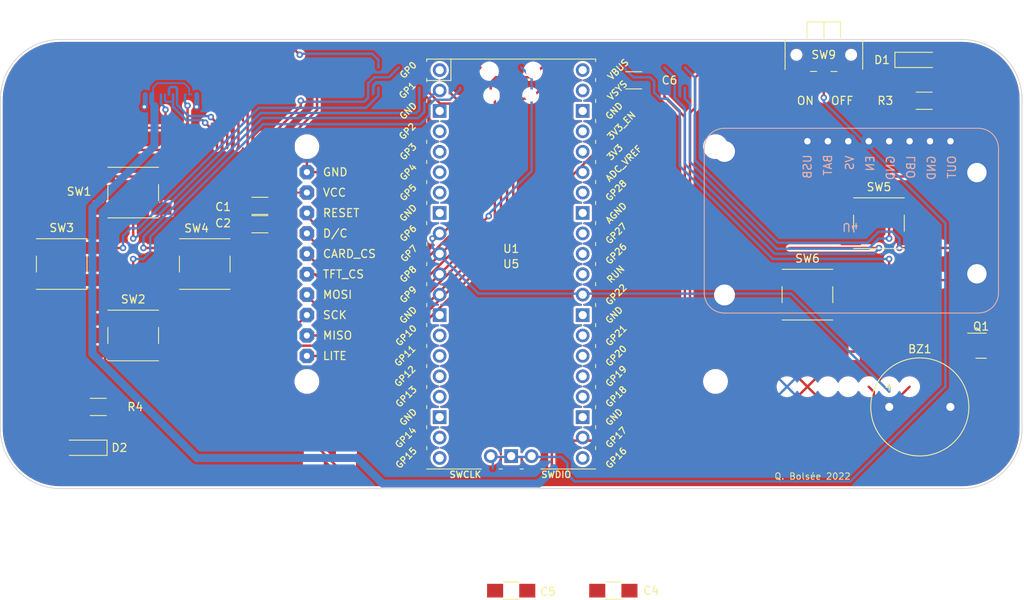
<source format=kicad_pcb>
(kicad_pcb (version 20211014) (generator pcbnew)
  (layers (0 "F.Cu" signal) (31 "B.Cu" signal) (34 "B.Paste" user) (35 "F.Paste" user) (36 "B.SilkS" user "B.Silkscreen") (37 "F.SilkS" user "F.Silkscreen") (38 "B.Mask" user) (39 "F.Mask" user) (44 "Edge.Cuts" user))
  (net 0 "")
  (net 1 "LITE")
  (net 2 "TFT_CS")
  (net 3 "GND")
  (net 4 "CARD_CS")
  (net 5 "D{slash}C")
  (net 6 "RESET")
  (net 7 "+3V3")
  (net 8 "MOSI")
  (net 9 "MISO")
  (net 10 "SCK")
  (net 11 "+5V")
  (net 12 "BTN_UP")
  (net 13 "BTN_DOWN")
  (net 14 "BTN_LEFT")
  (net 15 "BTN_RIGHT")
  (net 16 "BTN_A")
  (net 17 "BTN_B")
  (net 18 "USB_5V")
  (net 19 "BAT_EN")
  (net 23 "LBO")
  (net 24 "Net-(D1-Pad2)")
  (net 25 "Net-(D2-Pad2)")
  (net 28 "unconnected-(U5-Pad3)")
  (net 47 "unconnected-(U5-Pad22)")
  (net 68 "unconnected-(U5-Pad43)")
  (net 69 "Net-(BZ1-Pad2)")
  (footprint "fab:R_1206" (layer "F.Cu") (at 184.69 71.12 180)
    (fp_text reference "R3")
    (fp_text value "1k")
  )
  (footprint "fab:Switch_SPDT_C&K_JS102011JCQN_9x3.6mm_P2.5mm" (layer "F.Cu") (at 172.212 65.405 180)
    (fp_text reference "SW9")
    (fp_text value "SWITCH_JS102011JCQN")
  )
  (footprint "fab:Button_Omron_B3SN_6x6mm" (layer "F.Cu") (at 179.07 86.36)
    (fp_text reference "SW5")
    (fp_text value "BUTTON_A")
  )
  (footprint "fab:Button_Omron_B3SN_6x6mm" (layer "F.Cu") (at 95.25 91.44)
    (fp_text reference "SW4")
    (fp_text value "BUTTON_RIGHT")
  )
  (footprint "fab:C_1206" (layer "F.Cu") (at 133.35 132.08 180)
    (fp_text reference "C5")
    (fp_text value "0.1uF")
  )
  (footprint "fab:C_1206" (layer "F.Cu") (at 102.108 86.487 180)
    (fp_text reference "C2")
    (fp_text value "0.1uF")
  )
  (footprint "fab:LED_1206" (layer "F.Cu") (at 80.01 114.3 180)
    (fp_text reference "D2")
    (fp_text value "LED_YELLOW")
  )
  (footprint "Package_TO_SOT_SMD:SOT-23" (layer "F.Cu") (at 191.77 101.6)
    (fp_text reference "Q1")
    (fp_text value "Q_NMOS_DGS")
  )
  (footprint "fab:C_1206" (layer "F.Cu") (at 102.108 84.201 180)
    (fp_text reference "C1")
    (fp_text value "10uF")
  )
  (footprint "fab:C_1206" (layer "F.Cu") (at 146.05 132.08 180)
    (fp_text reference "C4")
    (fp_text value "10uF")
  )
  (footprint "fab:R_1206" (layer "F.Cu") (at 82.01 109.22)
    (fp_text reference "R4")
    (fp_text value "1k")
  )
  (footprint "fab:Button_Omron_B3SN_6x6mm" (layer "F.Cu") (at 170.18 95.25)
    (fp_text reference "SW6")
    (fp_text value "BUTTON_B")
  )
  (footprint "Buzzer_Beeper:Buzzer_12x9.5RM7.6" (layer "F.Cu") (at 180.35 109.22)
    (fp_text reference "BZ1")
    (fp_text value "Buzzer")
  )
  (footprint "fab:Adafruit_TFT_ST7735" (layer "F.Cu") (at 133.35 91.44)
    (fp_text reference "U1")
    (fp_text value "Adafruit_TFT_ST7735")
  )
  (footprint "fab:C_1206" (layer "F.Cu") (at 148.59 68.58)
    (fp_text reference "C6")
    (fp_text value "1uF")
  )
  (footprint "fab:Button_Omron_B3SN_6x6mm" (layer "F.Cu") (at 86.36 100.33)
    (fp_text reference "SW2")
    (fp_text value "BUTTON_DOWN")
  )
  (footprint "raspi:RPi_Pico_TH" (layer "F.Cu") (at 133.35 91.44)
    (fp_text reference "U5")
    (fp_text value "Pico")
  )
  (footprint "fab:LED_1206" (layer "F.Cu") (at 184.15 66.04)
    (fp_text reference "D1")
    (fp_text value "LED_GREEN")
  )
  (footprint "fab:Button_Omron_B3SN_6x6mm" (layer "F.Cu") (at 77.47 91.44)
    (fp_text reference "SW3")
    (fp_text value "BUTTON_LEFT")
  )
  (footprint "fab:Button_Omron_B3SN_6x6mm" (layer "F.Cu") (at 86.36 82.55)
    (fp_text reference "SW1")
    (fp_text value "BUTTON_UP")
  )
  (footprint "raspi:powerboost_1000C" (layer "B.Cu") (at 179.07 86.36)
    (fp_text reference "U4")
    (fp_text value "powerboost_1000C")
  )
  (gr_line (start 77.47 63.5) (end 189.23 63.5) (layer "Edge.Cuts") (width 0.1))
  (gr_line (start 69.85 71.12) (end 69.85 111.76) (layer "Edge.Cuts") (width 0.1))
  (gr_arc (start 189.23 63.5) (mid 194.662092 65.687908) (end 196.85 71.12) (layer "Edge.Cuts") (width 0.1))
  (gr_line (start 196.85 71.12) (end 196.85 111.76) (layer "Edge.Cuts") (width 0.1))
  (gr_line (start 77.47 119.38) (end 189.23 119.38) (layer "Edge.Cuts") (width 0.1))
  (gr_arc (start 196.85 111.76) (mid 194.662092 117.192092) (end 189.23 119.38) (layer "Edge.Cuts") (width 0.1))
  (gr_arc (start 69.85 71.12) (mid 72.037908 65.687908) (end 77.47 63.5) (layer "Edge.Cuts") (width 0.1))
  (gr_arc (start 77.47 119.38) (mid 72.038825 117.191175) (end 69.85 111.76) (layer "Edge.Cuts") (width 0.1))
  (gr_text "ON" (at 169.926 71.12) (layer "F.SilkS") (effects (font (size 1 1))))
  (gr_text "OFF" (at 174.498 71.12) (layer "F.SilkS") (effects (font (size 1 1))))
  (gr_text "Q. Bolsée 2022" (at 170.815 117.856) (layer "F.SilkS") (effects (font (size 0.8 0.8) (thickness 0.1))))
  (segment (start 156.21 68.26) (end 157.48 66.99) (width 0.3) (layer "F.Cu") (net 0))
  (segment (start 95.379 65.6) (end 95.379 69.78) (width 0.2) (layer "F.Cu") (net 0))
  (segment (start 90.3732 72.2376) (end 90.3732 74.0918) (width 0.3) (layer "F.Cu") (net 0))
  (segment (start 167.95 89.44) (end 174.95 89.44) (width 0.3) (layer "F.Cu") (net 0))
  (segment (start 102.370481 75.302519) (end 101.854 75.819) (width 0.3) (layer "F.Cu") (net 0))
  (segment (start 96.012 73.152) (end 98.044 75.184) (width 0.3) (layer "F.Cu") (net 0))
  (segment (start 107.188 71.79897) (end 103.684451 75.302519) (width 0.3) (layer "F.Cu") (net 0))
  (segment (start 95.379 65.6) (end 94.422 64.643) (width 0.2) (layer "F.Cu") (net 0))
  (segment (start 177.8 106.7054) (end 178.435 107.3404) (width 0.3) (layer "F.Cu") (net 0))
  (segment (start 106.426 64.77) (end 102.850111 64.77) (width 0.3) (layer "F.Cu") (net 0))
  (segment (start 101.854 75.819) (end 101.854 77.027) (width 0.3) (layer "F.Cu") (net 0))
  (segment (start 99.441 76.9) (end 99.314 77.027) (width 0.3) (layer "F.Cu") (net 0))
  (segment (start 98.044 75.184) (end 98.044 77.027) (width 0.3) (layer "F.Cu") (net 0))
  (segment (start 94.422 64.643) (end 87.696 64.643) (width 0.2) (layer "F.Cu") (net 0))
  (segment (start 89.9668 74.4982) (end 87.0646 74.4982) (width 0.3) (layer "F.Cu") (net 0))
  (segment (start 90.3732 74.0918) (end 89.9668 74.4982) (width 0.3) (layer "F.Cu") (net 0))
  (segment (start 157.988 110.49) (end 155.575 108.077) (width 0.3) (layer "F.Cu") (net 0))
  (segment (start 178.435 107.3404) (end 178.435 108.585) (width 0.3) (layer "F.Cu") (net 0))
  (segment (start 89.8054 77.2414) (end 93.1164 73.9304) (width 0.3) (layer "F.Cu") (net 0))
  (segment (start 103.684451 75.302519) (end 102.370481 75.302519) (width 0.3) (layer "F.Cu") (net 0))
  (segment (start 95.305245 73.858755) (end 96.774 75.32751) (width 0.3) (layer "F.Cu") (net 0))
  (segment (start 155.575 108.077) (end 155.575 72.644) (width 0.3) (layer "F.Cu") (net 0))
  (segment (start 155.575 72.644) (end 156.21 72.009) (width 0.3) (layer "F.Cu") (net 0))
  (segment (start 180.34 80.645) (end 180.34 88.265) (width 0.3) (layer "F.Cu") (net 0))
  (segment (start 102.850111 64.77) (end 100.584 67.036111) (width 0.3) (layer "F.Cu") (net 0))
  (segment (start 87.696 64.643) (end 86.739 65.6) (width 0.2) (layer "F.Cu") (net 0))
  (segment (start 100.584 67.036111) (end 100.584 77.027) (width 0.3) (layer "F.Cu") (net 0))
  (segment (start 178.435 108.585) (end 176.53 110.49) (width 0.3) (layer "F.Cu") (net 0))
  (segment (start 93.1164 73.9304) (end 93.1164 71.7296) (width 0.3) (layer "F.Cu") (net 0))
  (segment (start 176.53 110.49) (end 157.988 110.49) (width 0.3) (layer "F.Cu") (net 0))
  (segment (start 156.21 72.009) (end 156.21 68.26) (width 0.3) (layer "F.Cu") (net 0))
  (segment (start 96.774 75.32751) (end 96.774 77.027) (width 0.3) (layer "F.Cu") (net 0))
  (segment (start 174.95 89.44) (end 179.07 89.44) (width 0.3) (layer "F.Cu") (net 0))
  (segment (start 107.061 65.405) (end 106.426 64.77) (width 0.3) (layer "F.Cu") (net 0))
  (segment (start 107.188 71.12) (end 107.188 71.79897) (width 0.3) (layer "F.Cu") (net 0))
  (segment (start 87.0392 77.2414) (end 89.8054 77.2414) (width 0.3) (layer "F.Cu") (net 0))
  (segment (start 176.84 80.55) (end 183.84 80.55) (width 0.3) (layer "F.Cu") (net 0))
  (segment (start 99.441 73.755) (end 99.441 76.9) (width 0.3) (layer "F.Cu") (net 0))
  (segment (start 86.739 69.78) (end 86.739 65.6) (width 0.2) (layer "F.Cu") (net 0))
  (via (at 95.305245 73.858755) (size 0.8) (drill 0.4) (layers "F.Cu" "B.Cu") (net 0))
  (via (at 180.34 88.265) (size 0.8) (drill 0.4) (layers "F.Cu" "B.Cu") (net 0))
  (via (at 107.061 65.405) (size 0.8) (drill 0.4) (layers "F.Cu" "B.Cu") (net 0))
  (via (at 107.188 71.12) (size 0.8) (drill 0.4) (layers "F.Cu" "B.Cu") (net 0))
  (via (at 93.1164 71.7296) (size 0.8) (drill 0.4) (layers "F.Cu" "B.Cu") (net 0))
  (via (at 90.3732 72.2376) (size 0.8) (drill 0.4) (layers "F.Cu" "B.Cu") (net 0))
  (via (at 179.07 89.44) (size 0.8) (drill 0.4) (layers "F.Cu" "B.Cu") (net 0))
  (via (at 96.012 73.152) (size 0.8) (drill 0.4) (layers "F.Cu" "B.Cu") (net 0))
  (segment (start 91.309 71.878) (end 91.309 71.243) (width 0.3) (layer "B.Cu") (net 0))
  (segment (start 115.57 70.739) (end 115.57 68.961) (width 0.3) (layer "B.Cu") (net 0))
  (segment (start 177.8 89.508609) (end 177.8 89.535) (width 0.3) (layer "B.Cu") (net 0))
  (segment (start 179.043609 88.265) (end 177.8 89.508609) (width 0.3) (layer "B.Cu") (net 0))
  (segment (start 116.332 68.199) (end 118.171 68.199) (width 0.3) (layer "B.Cu") (net 0))
  (segment (start 107.188 65.278) (end 116.078 65.278) (width 0.3) (layer "B.Cu") (net 0))
  (segment (start 153.67 68.26) (end 153.67 70.739) (width 0.3) (layer "B.Cu") (net 0))
  (segment (start 166.37 89.535) (end 155.575 78.74) (width 0.3) (layer "B.Cu") (net 0))
  (segment (start 91.808511 69.613489) (end 91.615511 69.420489) (width 0.3) (layer "B.Cu") (net 0))
  (segment (start 91.808511 70.344511) (end 91.808511 69.613489) (width 0.3) (layer "B.Cu") (net 0))
  (segment (start 155.575 78.74) (end 155.575 71.501) (width 0.3) (layer "B.Cu") (net 0))
  (segment (start 91.809 70.345) (end 91.808511 70.344511) (width 0.3) (layer "B.Cu") (net 0))
  (segment (start 89.809 70.345) (end 89.809 71.386398) (width 0.3) (layer "B.Cu") (net 0))
  (segment (start 93.218 73.025) (end 91.809 71.616) (width 0.3) (layer "B.Cu") (net 0))
  (segment (start 91.307489 71.244511) (end 91.309 71.243) (width 0.25) (layer "B.Cu") (net 0))
  (segment (start 91.005911 69.420489) (end 90.809 69.6174) (width 0.3) (layer "B.Cu") (net 0))
  (segment (start 107.188 71.12) (end 107.315 71.247) (width 0.3) (layer "B.Cu") (net 0))
  (segment (start 178.435 90.17) (end 179.07 89.535) (width 0.3) (layer "B.Cu") (net 0))
  (segment (start 91.615511 69.420489) (end 91.005911 69.420489) (width 0.3) (layer "B.Cu") (net 0))
  (segment (start 96.012 73.152) (end 95.885 73.025) (width 0.3) (layer "B.Cu") (net 0))
  (segment (start 95.305245 73.858755) (end 94.97949 73.533) (width 0.3) (layer "B.Cu") (net 0))
  (segment (start 89.809 71.4702) (end 90.2208 71.882) (width 0.3) (layer "B.Cu") (net 0))
  (segment (start 90.3732 72.0344) (end 90.3732 72.2376) (width 0.3) (layer "B.Cu") (net 0))
  (segment (start 115.57 68.961) (end 116.332 68.199) (width 0.3) (layer "B.Cu") (net 0))
  (segment (start 179.07 89.535) (end 179.07 89.44) (width 0.3) (layer "B.Cu") (net 0))
  (segment (start 115.062 71.247) (end 115.57 70.739) (width 0.3) (layer "B.Cu") (net 0))
  (segment (start 154.94 70.866) (end 154.94 69.53) (width 0.3) (layer "B.Cu") (net 0))
  (segment (start 116.078 65.278) (end 116.84 66.04) (width 0.3) (layer "B.Cu") (net 0))
  (segment (start 177.8 89.535) (end 166.37 89.535) (width 0.3) (layer "B.Cu") (net 0))
  (segment (start 90.459 71.244511) (end 91.307489 71.244511) (width 0.25) (layer "B.Cu") (net 0))
  (segment (start 90.309 71.094511) (end 90.459 71.244511) (width 0.25) (layer "B.Cu") (net 0))
  (segment (start 153.67 70.739) (end 154.94 72.009) (width 0.3) (layer "B.Cu") (net 0))
  (segment (start 118.171 68.199) (end 119.38 66.99) (width 0.3) (layer "B.Cu") (net 0))
  (segment (start 92.809 70.345) (end 92.809 71.4222) (width 0.3) (layer "B.Cu") (net 0))
  (segment (start 90.809 69.6174) (end 90.809 70.345) (width 0.3) (layer "B.Cu") (net 0))
  (segment (start 90.809 70.345) (end 90.809489 70.344511) (width 0.3) (layer "B.Cu") (net 0))
  (segment (start 180.34 88.265) (end 179.043609 88.265) (width 0.3) (layer "B.Cu") (net 0))
  (segment (start 90.309 70.345) (end 90.309 71.094511) (width 0.25) (layer "B.Cu") (net 0))
  (segment (start 166.116 90.17) (end 178.435 90.17) (width 0.3) (layer "B.Cu") (net 0))
  (segment (start 95.885 73.025) (end 93.218 73.025) (width 0.3) (layer "B.Cu") (net 0))
  (segment (start 107.061 65.405) (end 107.188 65.278) (width 0.3) (layer "B.Cu") (net 0))
  (segment (start 89.809 71.386398) (end 89.809 71.4702) (width 0.3) (layer "B.Cu") (net 0))
  (segment (start 90.809489 70.344511) (end 90.809489 69.7484) (width 0.3) (layer "B.Cu") (net 0))
  (segment (start 152.4 66.99) (end 153.67 68.26) (width 0.3) (layer "B.Cu") (net 0))
  (segment (start 155.575 71.501) (end 154.94 70.866) (width 0.3) (layer "B.Cu") (net 0))
  (segment (start 92.809 71.4222) (end 93.1164 71.7296) (width 0.3) (layer "B.Cu") (net 0))
  (segment (start 154.94 72.009) (end 154.94 78.994) (width 0.3) (layer "B.Cu") (net 0))
  (segment (start 116.84 66.04) (end 116.84 66.99) (width 0.3) (layer "B.Cu") (net 0))
  (segment (start 90.2208 71.882) (end 90.3732 72.0344) (width 0.3) (layer "B.Cu") (net 0))
  (segment (start 154.94 78.994) (end 166.116 90.17) (width 0.3) (layer "B.Cu") (net 0))
  (segment (start 107.315 71.247) (end 115.062 71.247) (width 0.3) (layer "B.Cu") (net 0))
  (segment (start 94.97949 73.533) (end 92.964 73.533) (width 0.3) (layer "B.Cu") (net 0))
  (segment (start 91.309 71.243) (end 91.309 70.345) (width 0.3) (layer "B.Cu") (net 0))
  (segment (start 91.809 71.616) (end 91.809 70.345) (width 0.3) (layer "B.Cu") (net 0))
  (segment (start 92.964 73.533) (end 91.309 71.878) (width 0.3) (layer "B.Cu") (net 0))
  (segment (start 185.73 89.44) (end 192.73 89.44) (width 0.3) (layer "F.Cu") (net 3))
  (segment (start 185.73 89.44) (end 181.61 89.44) (width 0.3) (layer "F.Cu") (net 3))
  (via (at 94.234 71.882) (size 0.8) (drill 0.4) (layers "F.Cu" "B.Cu") (net 3))
  (via (at 181.61 89.44) (size 0.8) (drill 0.4) (layers "F.Cu" "B.Cu") (net 3))
  (via (at 87.757 71.882) (size 0.8) (drill 0.4) (layers "F.Cu" "B.Cu") (net 3))
  (segment (start 87.859489 71.779511) (end 87.859489 70.345) (width 0.6) (layer "B.Cu") (net 3))
  (segment (start 179.04527 87.415489) (end 177.680379 88.78038) (width 0.3) (layer "B.Cu") (net 3))
  (segment (start 94.234 71.882) (end 94.258511 71.857489) (width 0.6) (layer "B.Cu") (net 3))
  (segment (start 181.61 89.44) (end 181.61 88.299305) (width 0.3) (layer "B.Cu") (net 3))
  (segment (start 180.726184 87.415489) (end 179.04527 87.415489) (width 0.3) (layer "B.Cu") (net 3))
  (segment (start 156.21 78.52715) (end 156.21 68.26) (width 0.3) (layer "B.Cu") (net 3))
  (segment (start 87.757 71.882) (end 87.859489 71.779511) (width 0.6) (layer "B.Cu") (net 3))
  (segment (start 94.234 71.882) (end 94.409 71.707) (width 0.3) (layer "B.Cu") (net 3))
  (segment (start 177.680379 88.78038) (end 166.46323 88.78038) (width 0.3) (layer "B.Cu") (net 3))
  (segment (start 181.61 88.299305) (end 180.726184 87.415489) (width 0.3) (layer "B.Cu") (net 3))
  (segment (start 156.21 68.26) (end 154.94 66.99) (width 0.3) (layer "B.Cu") (net 3))
  (segment (start 166.46323 88.78038) (end 156.21 78.52715) (width 0.3) (layer "B.Cu") (net 3))
  (segment (start 94.258511 71.857489) (end 94.258511 70.345) (width 0.6) (layer "B.Cu") (net 3))
  (segment (start 104.108 84.201) (end 105.791 84.201) (width 0.3) (layer "F.Cu") (net 7))
  (segment (start 106.426 82.55) (end 106.299 82.423) (width 0.25) (layer "F.Cu") (net 7))
  (segment (start 103.124 83.217) (end 104.108 84.201) (width 0.3) (layer "F.Cu") (net 7))
  (segment (start 109.22 72.263) (end 109.22 69.53) (width 0.3) (layer "F.Cu") (net 7))
  (segment (start 106.299 83.693) (end 106.299 82.423) (width 0.3) (layer "F.Cu") (net 7))
  (segment (start 106.299 75.184) (end 109.22 72.263) (width 0.3) (layer "F.Cu") (net 7))
  (segment (start 104.108 84.201) (end 104.108 86.487) (width 0.3) (layer "F.Cu") (net 7))
  (segment (start 107.95 82.55) (end 106.426 82.55) (width 0.25) (layer "F.Cu") (net 7))
  (segment (start 103.124 81.85) (end 103.124 83.217) (width 0.3) (layer "F.Cu") (net 7))
  (segment (start 105.791 84.201) (end 106.299 83.693) (width 0.3) (layer "F.Cu") (net 7))
  (segment (start 106.299 82.423) (end 106.299 75.184) (width 0.3) (layer "F.Cu") (net 7))
  (segment (start 107.188 101.6) (end 109.22 101.6) (width 0.3) (layer "F.Cu") (net 10))
  (segment (start 133.9088 70.866) (end 135.824 70.866) (width 0.3) (layer "F.Cu") (net 10))
  (segment (start 135.824 70.866) (end 137.16 69.53) (width 0.3) (layer "F.Cu") (net 10))
  (segment (start 149.86 71.501) (end 149.86 69.53) (width 0.3) (layer "F.Cu") (net 10))
  (segment (start 113.411 98.679) (end 122.682 98.679) (width 0.3) (layer "F.Cu") (net 10))
  (segment (start 112.466428 97.155) (end 122.174 97.155) (width 0.3) (layer "F.Cu") (net 10))
  (segment (start 107.95 102.87) (end 109.22 102.87) (width 0.3) (layer "F.Cu") (net 10))
  (segment (start 109.291428 100.33) (end 112.466428 97.155) (width 0.3) (layer "F.Cu") (net 10))
  (segment (start 109.22 102.87) (end 112.014 100.076) (width 0.3) (layer "F.Cu") (net 10))
  (segment (start 133.604 71.1708) (end 133.9088 70.866) (width 0.3) (layer "F.Cu") (net 10))
  (segment (start 107.95 100.33) (end 109.291428 100.33) (width 0.3) (layer "F.Cu") (net 10))
  (segment (start 132.842 86.487) (end 132.842 70.866) (width 0.3) (layer "F.Cu") (net 10))
  (segment (start 106.426 100.838) (end 107.188 101.6) (width 0.3) (layer "F.Cu") (net 10))
  (segment (start 132.842 70.866) (end 134.178 69.53) (width 0.3) (layer "F.Cu") (net 10))
  (segment (start 134.178 69.53) (end 134.62 69.53) (width 0.3) (layer "F.Cu") (net 10))
  (segment (start 106.426 99.314) (end 106.426 100.838) (width 0.3) (layer "F.Cu") (net 10))
  (segment (start 107.95 97.79) (end 106.426 99.314) (width 0.3) (layer "F.Cu") (net 10))
  (segment (start 122.174 97.155) (end 132.842 86.487) (width 0.3) (layer "F.Cu") (net 10))
  (segment (start 112.014 100.076) (end 113.411 98.679) (width 0.3) (layer "F.Cu") (net 10))
  (segment (start 133.604 86.741) (end 133.604 71.1708) (width 0.3) (layer "F.Cu") (net 10))
  (segment (start 109.22 101.6) (end 113.03 97.79) (width 0.3) (layer "F.Cu") (net 10))
  (segment (start 113.03 97.79) (end 122.555 97.79) (width 0.3) (layer "F.Cu") (net 10))
  (segment (start 122.682 98.679) (end 149.86 71.501) (width 0.3) (layer "F.Cu") (net 10))
  (segment (start 122.555 97.79) (end 133.604 86.741) (width 0.3) (layer "F.Cu") (net 10))
  (segment (start 120.428 113.411) (end 120.428 116.364) (width 0.3) (layer "F.Cu") (net 11))
  (segment (start 180.34 90.805) (end 180.34 98.235) (width 0.3) (layer "F.Cu") (net 11))
  (segment (start 112.871 113.1095) (end 115.2365 110.744) (width 0.3) (layer "F.Cu") (net 11))
  (segment (start 181.2544 108.331) (end 182.88 106.7054) (width 0.3) (layer "F.Cu") (net 11))
  (segment (start 112.871 114.3) (end 112.871 113.1095) (width 0.3) (layer "F.Cu") (net 11))
  (segment (start 179.395428 108.331) (end 181.2544 108.331) (width 0.3) (layer "F.Cu") (net 11))
  (segment (start 154.94 108.458) (end 157.607 111.125) (width 0.3) (layer "F.Cu") (net 11))
  (segment (start 152.4 69.53) (end 152.4 70.612) (width 0.3) (layer "F.Cu") (net 11))
  (segment (start 119.126 110.744) (end 120.428 112.046) (width 0.3) (layer "F.Cu") (net 11))
  (segment (start 157.607 111.125) (end 176.601428 111.125) (width 0.3) (layer "F.Cu") (net 11))
  (segment (start 115.2365 110.744) (end 119.126 110.744) (width 0.3) (layer "F.Cu") (net 11))
  (segment (start 176.601428 111.125) (end 179.395428 108.331) (width 0.3) (layer "F.Cu") (net 11))
  (segment (start 152.4 70.612) (end 154.94 73.152) (width 0.3) (layer "F.Cu") (net 11))
  (segment (start 120.428 116.364) (end 120.904 116.84) (width 0.3) (layer "F.Cu") (net 11))
  (segment (start 154.94 73.152) (end 154.94 108.458) (width 0.3) (layer "F.Cu") (net 11))
  (segment (start 183.84 98.33) (end 176.84 98.33) (width 0.3) (layer "F.Cu") (net 11))
  (segment (start 120.428 112.046) (end 120.428 113.411) (width 0.3) (layer "F.Cu") (net 11))
  (via (at 180.34 90.805) (size 0.8) (drill 0.4) (layers "F.Cu" "B.Cu") (net 11))
  (segment (start 151.892 70.866) (end 151.13 70.104) (width 0.3) (layer "B.Cu") (net 11))
  (segment (start 165.862 90.805) (end 154.305 79.248) (width 0.3) (layer "B.Cu") (net 11))
  (segment (start 151.13 68.707) (end 150.622 68.199) (width 0.3) (layer "B.Cu") (net 11))
  (segment (start 151.13 70.104) (end 151.13 68.707) (width 0.3) (layer "B.Cu") (net 11))
  (segment (start 152.781 70.866) (end 151.892 70.866) (width 0.3) (layer "B.Cu") (net 11))
  (segment (start 148.529 68.199) (end 147.32 66.99) (width 0.3) (layer "B.Cu") (net 11))
  (segment (start 150.622 68.199) (end 148.529 68.199) (width 0.3) (layer "B.Cu") (net 11))
  (segment (start 180.34 90.805) (end 165.862 90.805) (width 0.3) (layer "B.Cu") (net 11))
  (segment (start 154.305 72.39) (end 152.781 70.866) (width 0.3) (layer "B.Cu") (net 11))
  (segment (start 154.305 79.248) (end 154.305 72.39) (width 0.3) (layer "B.Cu") (net 11))
  (segment (start 86.265 80.55) (end 89.86 80.55) (width 0.3) (layer "F.Cu") (net 12))
  (segment (start 82.86 80.55) (end 86.265 80.55) (width 0.3) (layer "F.Cu") (net 12))
  (segment (start 86.265 80.55) (end 86.36 80.645) (width 0.3) (layer "F.Cu") (net 12))
  (segment (start 86.36 80.645) (end 86.36 88.265) (width 0.3) (layer "F.Cu") (net 12))
  (via (at 86.36 88.265) (size 0.8) (drill 0.4) (layers "F.Cu" "B.Cu") (net 12))
  (segment (start 121.92 72.263) (end 121.539 72.644) (width 0.3) (layer "B.Cu") (net 12))
  (segment (start 86.57285 88.265) (end 86.36 88.265) (width 0.3) (layer "B.Cu") (net 12))
  (segment (start 121.92 69.53) (end 121.92 72.263) (width 0.3) (layer "B.Cu") (net 12))
  (segment (start 102.19385 72.644) (end 86.57285 88.265) (width 0.3) (layer "B.Cu") (net 12))
  (segment (start 121.539 72.644) (end 102.19385 72.644) (width 0.3) (layer "B.Cu") (net 12))
  (segment (start 86.36 98.235) (end 86.455 98.33) (width 0.3) (layer "F.Cu") (net 13))
  (segment (start 89.86 98.33) (end 86.455 98.33) (width 0.3) (layer "F.Cu") (net 13))
  (segment (start 86.455 98.33) (end 82.86 98.33) (width 0.3) (layer "F.Cu") (net 13))
  (segment (start 86.36 90.805) (end 86.36 98.235) (width 0.3) (layer "F.Cu") (net 13))
  (via (at 86.36 90.805) (size 0.8) (drill 0.4) (layers "F.Cu" "B.Cu") (net 13))
  (segment (start 88.479511 89.955489) (end 87.63 90.805) (width 0.3) (layer "B.Cu") (net 13))
  (segment (start 125.73 70.993) (end 123.825 70.993) (width 0.3) (layer "B.Cu") (net 13))
  (segment (start 123.18152 72.90648) (end 122.047 74.041) (width 0.3) (layer "B.Cu") (net 13))
  (segment (start 122.047 74.041) (end 102.49255 74.041) (width 0.3) (layer "B.Cu") (net 13))
  (segment (start 127 69.53) (end 127 69.723) (width 0.3) (layer "B.Cu") (net 13))
  (segment (start 127 69.723) (end 125.73 70.993) (width 0.3) (layer "B.Cu") (net 13))
  (segment (start 87.63 90.805) (end 86.36 90.805) (width 0.3) (layer "B.Cu") (net 13))
  (segment (start 88.479511 88.054039) (end 88.479511 89.955489) (width 0.3) (layer "B.Cu") (net 13))
  (segment (start 102.49255 74.041) (end 88.479511 88.054039) (width 0.3) (layer "B.Cu") (net 13))
  (segment (start 123.18152 71.63648) (end 123.18152 72.90648) (width 0.3) (layer "B.Cu") (net 13))
  (segment (start 123.825 70.993) (end 123.18152 71.63648) (width 0.3) (layer "B.Cu") (net 13))
  (segment (start 80.97 89.44) (end 73.97 89.44) (width 0.3) (layer "F.Cu") (net 14))
  (segment (start 80.97 89.44) (end 85.09 89.44) (width 0.3) (layer "F.Cu") (net 14))
  (via (at 85.09 89.44) (size 0.8) (drill 0.4) (layers "F.Cu" "B.Cu") (net 14))
  (segment (start 101.981 72.009) (end 86.995 86.995) (width 0.3) (layer "B.Cu") (net 14))
  (segment (start 116.84 69.53) (end 116.84 70.485) (width 0.3) (layer "B.Cu") (net 14))
  (segment (start 115.316 72.009) (end 101.981 72.009) (width 0.3) (layer "B.Cu") (net 14))
  (segment (start 86.995 86.995) (end 86.0425 86.995) (width 0.3) (layer "B.Cu") (net 14))
  (segment (start 116.84 70.485) (end 115.316 72.009) (width 0.3) (layer "B.Cu") (net 14))
  (segment (start 85.09 87.9475) (end 85.09 89.44) (width 0.3) (layer "B.Cu") (net 14))
  (segment (start 86.0425 86.995) (end 85.09 87.9475) (width 0.3) (layer "B.Cu") (net 14))
  (segment (start 91.75 89.44) (end 87.63 89.44) (width 0.3) (layer "F.Cu") (net 15))
  (segment (start 91.75 89.44) (end 98.75 89.44) (width 0.3) (layer "F.Cu") (net 15))
  (via (at 87.63 89.44) (size 0.8) (drill 0.4) (layers "F.Cu" "B.Cu") (net 15))
  (segment (start 102.4067 73.279) (end 121.793 73.279) (width 0.3) (layer "B.Cu") (net 15))
  (segment (start 121.793 73.279) (end 122.555 72.517) (width 0.3) (layer "B.Cu") (net 15))
  (segment (start 122.555 72.517) (end 122.555 71.435) (width 0.3) (layer "B.Cu") (net 15))
  (segment (start 87.63 88.0557) (end 102.4067 73.279) (width 0.3) (layer "B.Cu") (net 15))
  (segment (start 87.63 89.44) (end 87.63 88.0557) (width 0.3) (layer "B.Cu") (net 15))
  (segment (start 122.555 71.435) (end 124.46 69.53) (width 0.3) (layer "B.Cu") (net 15))
  (segment (start 89.0016 76.7334) (end 81.28 84.455) (width 1) (layer "B.Cu") (net 18))
  (segment (start 81.28 102.5906) (end 94.2594 115.57) (width 1) (layer "B.Cu") (net 18))
  (segment (start 89.0016 71.7804) (end 89.0016 76.7334) (width 1) (layer "B.Cu") (net 18))
  (segment (start 88.843521 70.310479) (end 88.809 70.345) (width 0.2) (layer "B.Cu") (net 18))
  (segment (start 136.779 118.745) (end 138.684 116.84) (width 1) (layer "B.Cu") (net 18))
  (segment (start 93.609 70.345) (end 93.309 70.345) (width 0.2) (layer "B.Cu") (net 18))
  (segment (start 89.3572 68.9356) (end 88.8492 69.4436) (width 0.2) (layer "B.Cu") (net 18))
  (segment (start 81.28 84.455) (end 81.28 102.5906) (width 1) (layer "B.Cu") (net 18))
  (segment (start 93.309 70.345) (end 93.309 69.57) (width 0.2) (layer "B.Cu") (net 18))
  (segment (start 88.843521 69.4436) (end 88.843521 70.310479) (width 0.2) (layer "B.Cu") (net 18))
  (segment (start 88.659489 71.438289) (end 88.659489 70.345) (width 0.6) (layer "B.Cu") (net 18))
  (segment (start 92.6746 68.9356) (end 89.3572 68.9356) (width 0.2) (layer "B.Cu") (net 18))
  (segment (start 88.8492 69.4436) (end 88.843521 69.4436) (width 0.2) (layer "B.Cu") (net 18))
  (segment (start 93.309 69.57) (end 92.6746 68.9356) (width 0.2) (layer "B.Cu") (net 18))
  (segment (start 88.9 71.6788) (end 88.659489 71.438289) (width 0.6) (layer "B.Cu") (net 18))
  (segment (start 114.173 115.57) (end 117.348 118.745) (width 1) (layer "B.Cu") (net 18))
  (segment (start 94.2594 115.57) (end 114.173 115.57) (width 1) (layer "B.Cu") (net 18))
  (segment (start 88.509 70.345) (end 88.809 70.345) (width 0.2) (layer "B.Cu") (net 18))
  (segment (start 117.348 118.745) (end 136.779 118.745) (width 1) (layer "B.Cu") (net 18))
  (segment (start 111.887 116.84) (end 109.347 114.3) (width 0.3) (layer "F.Cu") (net 24))
  (segment (start 156.845 114.3) (end 154.305 116.84) (width 0.3) (layer "F.Cu") (net 25))
  (segment (start 154.305 116.84) (end 153.892 116.84) (width 0.3) (layer "F.Cu") (net 25))
  (segment (start 157.924 114.3) (end 156.845 114.3) (width 0.3) (layer "F.Cu") (net 25))
  (segment (start 127 66.99) (end 127 67.564) (width 0.3) (layer "F.Cu") (net 28))
  (segment (start 127.762 70.866) (end 129.921 73.025) (width 0.3) (layer "F.Cu") (net 28))
  (segment (start 109.474 94.869) (end 109.474 93.218) (width 0.3) (layer "F.Cu") (net 28))
  (segment (start 121.666 96.52) (end 132.08 86.106) (width 0.3) (layer "F.Cu") (net 28))
  (segment (start 111.379 93.599) (end 111.379 88.9) (width 0.3) (layer "F.Cu") (net 28))
  (segment (start 107.95 95.377) (end 109.093 96.52) (width 0.3) (layer "F.Cu") (net 28))
  (segment (start 130.81 70.485) (end 131.318 70.993) (width 0.3) (layer "F.Cu") (net 28))
  (segment (start 128.27 70.231) (end 130.683 72.644) (width 0.3) (layer "F.Cu") (net 28))
  (segment (start 107.95 95.25) (end 107.95 95.377) (width 0.3) (layer "F.Cu") (net 28))
  (segment (start 124.5108 71.4756) (end 123.19 70.1548) (width 0.3) (layer "F.Cu") (net 28))
  (segment (start 129.921 73.025) (end 129.921 83.693) (width 0.3) (layer "F.Cu") (net 28))
  (segment (start 127.254 71.4756) (end 124.5108 71.4756) (width 0.3) (layer "F.Cu") (net 28))
  (segment (start 129.1336 73.3552) (end 127.254 71.4756) (width 0.3) (layer "F.Cu") (net 28))
  (segment (start 107.95 85.471) (end 107.95 85.09) (width 0.3) (layer "F.Cu") (net 28))
  (segment (start 120.777 95.25) (end 110.871 95.25) (width 0.3) (layer "F.Cu") (net 28))
  (segment (start 123.19 70.1548) (end 123.19 68.26) (width 0.3) (layer "F.Cu") (net 28))
  (segment (start 125.73 70.104) (end 126.492 70.866) (width 0.3) (layer "F.Cu") (net 28))
  (segment (start 129.54 66.99) (end 128.27 68.26) (width 0.3) (layer "F.Cu") (net 28))
  (segment (start 110.49 95.885) (end 109.474 94.869) (width 0.3) (layer "F.Cu") (net 28))
  (segment (start 110.109 94.488) (end 110.109 92.329) (width 0.3) (layer "F.Cu") (net 28))
  (segment (start 110.871 95.25) (end 110.109 94.488) (width 0.3) (layer "F.Cu") (net 28))
  (segment (start 109.093 96.52) (end 121.666 96.52) (width 0.3) (layer "F.Cu") (net 28))
  (segment (start 123.19 68.26) (end 121.92 66.99) (width 0.3) (layer "F.Cu") (net 28))
  (segment (start 123.571 88.265) (end 124.1806 88.265) (width 0.3) (layer "F.Cu") (net 28))
  (segment (start 130.556 85.471) (end 120.777 95.25) (width 0.3) (layer "F.Cu") (net 28))
  (segment (start 108.966 92.71) (end 107.95 92.71) (width 0.3) (layer "F.Cu") (net 28))
  (segment (start 130.683 72.644) (end 130.683 84.093538) (width 0.3) (layer "F.Cu") (net 28))
  (segment (start 111.379 88.9) (end 107.95 85.471) (width 0.3) (layer "F.Cu") (net 28))
  (segment (start 119.507 94.107) (end 111.887 94.107) (width 0.3) (layer "F.Cu") (net 28))
  (segment (start 137.16 66.99) (end 135.951 68.199) (width 0.3) (layer "F.Cu") (net 28))
  (segment (start 120.034538 94.742) (end 111.506 94.742) (width 0.3) (layer "F.Cu") (net 28))
  (segment (start 131.318 85.852) (end 121.285 95.885) (width 0.3) (layer "F.Cu") (net 28))
  (segment (start 135.951 68.199) (end 131.445 68.199) (width 0.3) (layer "F.Cu") (net 28))
  (segment (start 131.445 68.199) (end 130.81 68.834) (width 0.3) (layer "F.Cu") (net 28))
  (segment (start 129.921 83.693) (end 119.507 94.107) (width 0.3) (layer "F.Cu") (net 28))
  (segment (start 110.744 90.551) (end 107.95 87.757) (width 0.3) (layer "F.Cu") (net 28))
  (segment (start 131.318 70.993) (end 131.318 85.852) (width 0.3) (layer "F.Cu") (net 28))
  (segment (start 132.08 86.106) (end 132.08 69.53) (width 0.3) (layer "F.Cu") (net 28))
  (segment (start 109.474 93.218) (end 108.966 92.71) (width 0.3) (layer "F.Cu") (net 28))
  (segment (start 130.683 84.093538) (end 120.034538 94.742) (width 0.3) (layer "F.Cu") (net 28))
  (segment (start 129.1336 83.312) (end 129.1336 73.3552) (width 0.3) (layer "F.Cu") (net 28))
  (segment (start 121.285 95.885) (end 110.49 95.885) (width 0.3) (layer "F.Cu") (net 28))
  (segment (start 124.1806 88.265) (end 129.1336 83.312) (width 0.3) (layer "F.Cu") (net 28))
  (segment (start 111.506 94.742) (end 110.744 93.98) (width 0.3) (layer "F.Cu") (net 28))
  (segment (start 128.27 68.26) (end 128.27 70.231) (width 0.3) (layer "F.Cu") (net 28))
  (segment (start 110.109 92.329) (end 107.95 90.17) (width 0.3) (layer "F.Cu") (net 28))
  (segment (start 130.81 68.834) (end 130.81 70.485) (width 0.3) (layer "F.Cu") (net 28))
  (segment (start 107.95 87.757) (end 107.95 87.63) (width 0.3) (layer "F.Cu") (net 28))
  (segment (start 127 67.564) (end 125.73 68.834) (width 0.3) (layer "F.Cu") (net 28))
  (segment (start 111.887 94.107) (end 111.379 93.599) (width 0.3) (layer "F.Cu") (net 28))
  (segment (start 110.744 93.98) (end 110.744 90.551) (width 0.3) (layer "F.Cu") (net 28))
  (segment (start 126.492 70.866) (end 127.762 70.866) (width 0.3) (layer "F.Cu") (net 28))
  (segment (start 125.73 68.834) (end 125.73 70.104) (width 0.3) (layer "F.Cu") (net 28))
  (via (at 130.556 85.471) (size 0.8) (drill 0.4) (layers "F.Cu" "B.Cu") (net 28))
  (via (at 123.571 88.265) (size 0.8) (drill 0.4) (layers "F.Cu" "B.Cu") (net 28))
  (segment (start 123.571 89.408) (end 129.286 95.123) (width 0.3) (layer "B.Cu") (net 28))
  (segment (start 130.556 85.471) (end 130.556 85.217) (width 0.3) (layer "B.Cu") (net 28))
  (segment (start 123.571 88.265) (end 123.571 89.408) (width 0.3) (layer "B.Cu") (net 28))
  (segment (start 135.89 79.883) (end 135.89 68.26) (width 0.3) (layer "B.Cu") (net 28))
  (segment (start 129.286 95.123) (end 168.148 95.123) (width 0.3) (layer "B.Cu") (net 28))
  (segment (start 130.556 85.217) (end 135.89 79.883) (width 0.3) (layer "B.Cu") (net 28))
  (segment (start 168.148 95.123) (end 180.34 107.315) (width 0.3) (layer "B.Cu") (net 28))
  (segment (start 180.34 107.315) (end 180.34 106.7054) (width 0.3) (layer "B.Cu") (net 28))
  (segment (start 135.89 68.26) (end 134.62 66.99) (width 0.3) (layer "B.Cu") (net 28))
  (segment (start 138.398 116.554) (end 138.684 116.84) (width 0.3) (layer "F.Cu") (net 47))
  (segment (start 153.924 114.3) (end 153.035 113.411) (width 0.3) (layer "F.Cu") (net 47))
  (segment (start 138.398 110.551) (end 138.398 113.411) (width 0.3) (layer "F.Cu") (net 47))
  (segment (start 138.398 113.411) (end 138.398 116.554) (width 0.3) (layer "F.Cu") (net 47))
  (segment (start 153.035 113.411) (end 138.398 113.411) (width 0.3) (layer "F.Cu") (net 47))
  (segment (start 172.212 70.739) (end 172.212 68.536) (width 0.3) (layer "F.Cu") (net 68))
  (via (at 172.212 70.739) (size 0.8) (drill 0.4) (layers "F.Cu" "B.Cu") (net 68))
  (segment (start 187.325 86.36) (end 172.212 71.247) (width 0.3) (layer "B.Cu") (net 68))
  (segment (start 187.325 106.68) (end 187.325 86.36) (width 0.3) (layer "B.Cu") (net 68))
  (segment (start 140.335 117.602) (end 141.224 118.491) (width 0.3) (layer "B.Cu") (net 68))
  (segment (start 140.335 116.205) (end 140.335 117.602) (width 0.3) (layer "B.Cu") (net 68))
  (segment (start 131.064 116.88) (end 131.064 115.951) (width 0.3) (layer "B.Cu") (net 68))
  (segment (start 175.514 118.491) (end 187.325 106.68) (width 0.3) (layer "B.Cu") (net 68))
  (segment (start 131.572 115.443) (end 139.573 115.443) (width 0.3) (layer "B.Cu") (net 68))
  (segment (start 141.224 118.491) (end 175.514 118.491) (width 0.3) (layer "B.Cu") (net 68))
  (segment (start 139.573 115.443) (end 140.335 116.205) (width 0.3) (layer "B.Cu") (net 68))
  (segment (start 131.064 115.951) (end 131.572 115.443) (width 0.3) (layer "B.Cu") (net 68))
  (segment (start 172.212 71.247) (end 172.212 70.739) (width 0.3) (layer "B.Cu") (net 68))
  (zone (net 3) (net_name "GND") (layer "F.Cu") (connect_pads (clearance 0.3)) (min_thickness 0.254) (fill yes (thermal_gap 0.3) (thermal_bridge_width 0.3))
    (polygon (pts (xy 196.85 119.38) (xy 69.85 119.38) (xy 69.85 63.5) (xy 196.85 63.5)))
  )
  (zone (net 11) (net_name "+5V") (layer "B.Cu") (connect_pads (clearance 0.3)) (min_thickness 0.254) (fill yes (thermal_gap 0.3) (thermal_bridge_width 0.3))
    (polygon (pts (xy 197.104 119.38) (xy 69.85 119.38) (xy 69.85 63.5) (xy 197.104 63.5)))
  )
)
</source>
